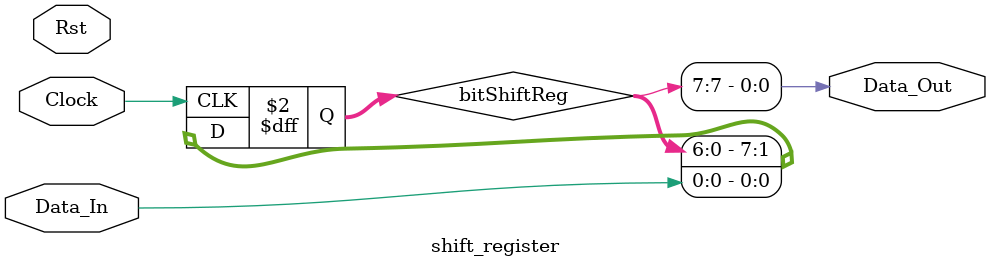
<source format=v>
module shift_register#(
	parameter SHIFT = 8,
						N = SHIFT-1)
(
input Clock,
input Rst,
input Data_In,
output Data_Out,
);

//--------------------------------------------------------------
// signal definitions
//--------------------------------------------------------------

//shift register signals
reg [N:0] bitShiftReg;

//--------------------------------------------------------------
// shift register
//--------------------------------------------------------------

//shift register
always @(posedge Clock)
begin

//bit shift register
bitShiftReg <= {bitShiftReg[N-1:0],Data_In};
end
//--------------------------------------------------------------
// outputs
//--------------------------------------------------------------

//module output wires
assign Data_Out = bitShiftReg[N];
endmodule
</source>
